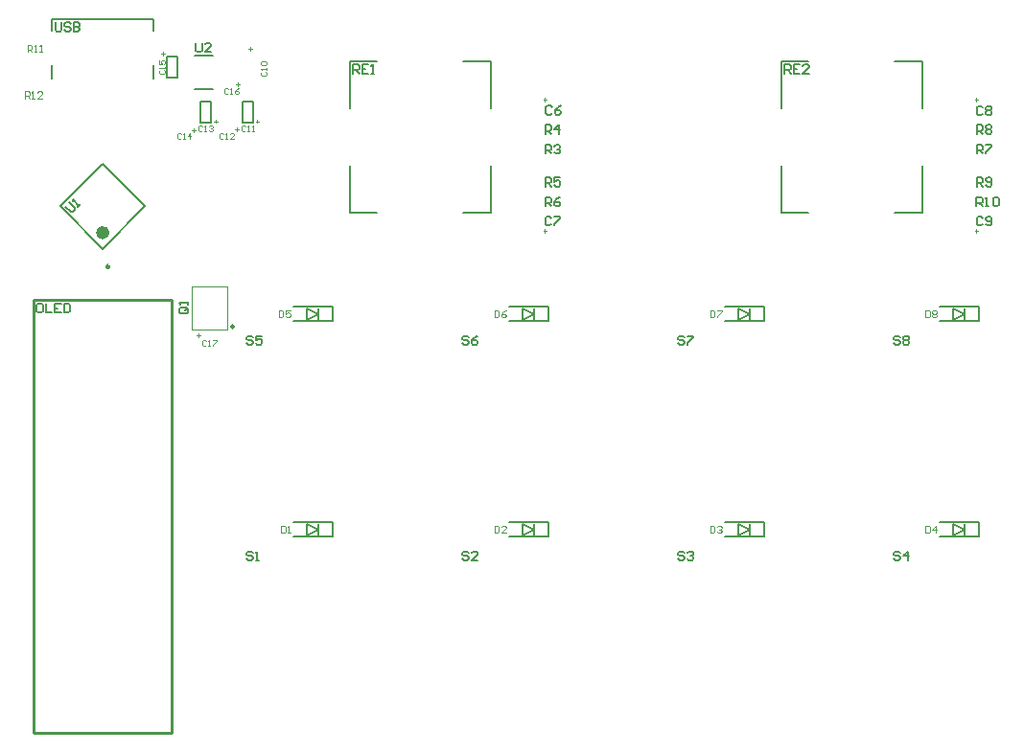
<source format=gto>
G04*
G04 #@! TF.GenerationSoftware,Altium Limited,CircuitMaker,2.3.0 (2.3.0.3)*
G04*
G04 Layer_Color=15132400*
%FSLAX25Y25*%
%MOIN*%
G70*
G04*
G04 #@! TF.SameCoordinates,7A92FE71-458D-4544-954B-740947ED0FFD*
G04*
G04*
G04 #@! TF.FilePolarity,Positive*
G04*
G01*
G75*
%ADD10C,0.01000*%
%ADD11C,0.02362*%
%ADD12C,0.00984*%
%ADD13C,0.00394*%
%ADD14C,0.00591*%
%ADD15C,0.00787*%
%ADD16C,0.00630*%
%ADD17C,0.00472*%
D10*
X181011Y248905D02*
G03*
X181011Y248905I-440J0D01*
G01*
X111394Y258083D02*
X159394D01*
X111394Y107583D02*
Y258083D01*
Y107583D02*
X159394D01*
Y258083D01*
D11*
X136614Y281561D02*
G03*
X136614Y281561I-1181J0D01*
G01*
D12*
X137735Y269730D02*
G03*
X137735Y269730I-492J0D01*
G01*
D13*
X166299Y247921D02*
Y262980D01*
X178701D01*
X178701Y247921D01*
X166299Y247921D02*
X178701D01*
X181890Y333333D02*
X183202D01*
X182546Y333989D02*
Y332677D01*
X438583Y282152D02*
X439895D01*
X439239Y282808D02*
Y281496D01*
X438583Y327821D02*
X439895D01*
X439239Y328477D02*
Y327165D01*
X288583Y282152D02*
X289895D01*
X289239Y282808D02*
Y281496D01*
X288583Y327821D02*
X289895D01*
X289239Y328477D02*
Y327165D01*
X155905Y343963D02*
X157217D01*
X156562Y344619D02*
Y343307D01*
X186221Y345538D02*
X187532D01*
X186876Y346194D02*
Y344882D01*
X166535Y317191D02*
X167847D01*
X167191Y317847D02*
Y316535D01*
X174016Y320341D02*
X175328D01*
X174672Y320997D02*
Y319685D01*
X188583Y320341D02*
X189895D01*
X189239Y320997D02*
Y319685D01*
X181496Y317585D02*
X182808D01*
X182152Y318241D02*
Y316929D01*
X168110Y245932D02*
X169422D01*
X168766Y246587D02*
Y245276D01*
X171490Y243963D02*
X171162Y244291D01*
X170506D01*
X170178Y243963D01*
Y242651D01*
X170506Y242323D01*
X171162D01*
X171490Y242651D01*
X172146Y242323D02*
X172802D01*
X172474D01*
Y244291D01*
X172146Y243963D01*
X173786Y244291D02*
X175098D01*
Y243963D01*
X173786Y242651D01*
Y242323D01*
X179167Y331561D02*
X178839Y331889D01*
X178183D01*
X177855Y331561D01*
Y330250D01*
X178183Y329922D01*
X178839D01*
X179167Y330250D01*
X179823Y329922D02*
X180479D01*
X180151D01*
Y331889D01*
X179823Y331561D01*
X182775Y331889D02*
X182119Y331561D01*
X181463Y330906D01*
Y330250D01*
X181791Y329922D01*
X182447D01*
X182775Y330250D01*
Y330577D01*
X182447Y330906D01*
X181463D01*
X155446Y338025D02*
X155118Y337697D01*
Y337041D01*
X155446Y336713D01*
X156758D01*
X157086Y337041D01*
Y337697D01*
X156758Y338025D01*
X157086Y338681D02*
Y339337D01*
Y339009D01*
X155118D01*
X155446Y338681D01*
X155118Y341633D02*
Y340321D01*
X156102D01*
X155774Y340977D01*
Y341305D01*
X156102Y341633D01*
X156758D01*
X157086Y341305D01*
Y340649D01*
X156758Y340321D01*
X162632Y315813D02*
X162304Y316141D01*
X161648D01*
X161320Y315813D01*
Y314502D01*
X161648Y314174D01*
X162304D01*
X162632Y314502D01*
X163288Y314174D02*
X163944D01*
X163616D01*
Y316141D01*
X163288Y315813D01*
X165911Y314174D02*
Y316141D01*
X164927Y315158D01*
X166239D01*
X170112Y318569D02*
X169784Y318897D01*
X169128D01*
X168800Y318569D01*
Y317257D01*
X169128Y316930D01*
X169784D01*
X170112Y317257D01*
X170768Y316930D02*
X171424D01*
X171096D01*
Y318897D01*
X170768Y318569D01*
X172408D02*
X172736Y318897D01*
X173392D01*
X173720Y318569D01*
Y318241D01*
X173392Y317913D01*
X173064D01*
X173392D01*
X173720Y317585D01*
Y317257D01*
X173392Y316930D01*
X172736D01*
X172408Y317257D01*
X177395Y315813D02*
X177067Y316141D01*
X176411D01*
X176084Y315813D01*
Y314502D01*
X176411Y314174D01*
X177067D01*
X177395Y314502D01*
X178051Y314174D02*
X178707D01*
X178379D01*
Y316141D01*
X178051Y315813D01*
X181003Y314174D02*
X179691D01*
X181003Y315486D01*
Y315813D01*
X180675Y316141D01*
X180019D01*
X179691Y315813D01*
X185007Y318569D02*
X184679Y318897D01*
X184023D01*
X183695Y318569D01*
Y317257D01*
X184023Y316930D01*
X184679D01*
X185007Y317257D01*
X185663Y316930D02*
X186319D01*
X185991D01*
Y318897D01*
X185663Y318569D01*
X187303Y316930D02*
X187959D01*
X187631D01*
Y318897D01*
X187303Y318569D01*
X190879Y337435D02*
X190551Y337107D01*
Y336451D01*
X190879Y336123D01*
X192191D01*
X192519Y336451D01*
Y337107D01*
X192191Y337435D01*
X192519Y338091D02*
Y338747D01*
Y338419D01*
X190551D01*
X190879Y338091D01*
Y339731D02*
X190551Y340059D01*
Y340715D01*
X190879Y341042D01*
X192191D01*
X192519Y340715D01*
Y340059D01*
X192191Y339731D01*
X190879D01*
D14*
X276768Y256004D02*
X290268D01*
X276768Y250689D02*
X290268D01*
Y256004D01*
X281268Y251346D02*
Y255346D01*
X285268Y251346D02*
Y255346D01*
X281268Y251346D02*
X285268Y253346D01*
X281268Y255346D02*
X285268Y253346D01*
X351768Y256004D02*
X365268D01*
X351768Y250689D02*
X365268D01*
Y256004D01*
X356268Y251346D02*
Y255346D01*
X360268Y251346D02*
Y255346D01*
X356268Y251346D02*
X360268Y253346D01*
X356268Y255346D02*
X360268Y253346D01*
X426571Y256004D02*
X440071D01*
X426571Y250689D02*
X440071D01*
Y256004D01*
X431071Y251346D02*
Y255346D01*
X435071Y251346D02*
Y255346D01*
X431071Y251346D02*
X435071Y253346D01*
X431071Y255346D02*
X435071Y253346D01*
X201768Y181004D02*
X215268D01*
X201768Y175689D02*
X215268D01*
Y181004D01*
X206268Y176347D02*
Y180347D01*
X210268Y176347D02*
Y180347D01*
X206268Y176347D02*
X210268Y178347D01*
X206268Y180347D02*
X210268Y178347D01*
X276768Y181004D02*
X290268D01*
X276768Y175689D02*
X290268D01*
Y181004D01*
X281268Y176347D02*
Y180347D01*
X285268Y176347D02*
Y180347D01*
X281268Y176347D02*
X285268Y178347D01*
X281268Y180347D02*
X285268Y178347D01*
X351768Y181004D02*
X365268D01*
X351768Y175689D02*
X365268D01*
Y181004D01*
X356268Y176347D02*
Y180347D01*
X360268Y176347D02*
Y180347D01*
X356268Y176347D02*
X360268Y178347D01*
X356268Y180347D02*
X360268Y178347D01*
X426571Y181004D02*
X440071D01*
X426571Y175689D02*
X440071D01*
Y181004D01*
X431071Y176347D02*
Y180347D01*
X435071Y176347D02*
Y180347D01*
X431071Y176347D02*
X435071Y178347D01*
X431071Y180347D02*
X435071Y178347D01*
X167323Y343307D02*
X173622D01*
X167323Y331496D02*
X173622D01*
X157746Y342873D02*
X161546D01*
Y335473D02*
Y342873D01*
X157746Y335473D02*
Y342873D01*
Y335473D02*
X161546D01*
X169360Y327125D02*
X173160D01*
Y319725D02*
Y327125D01*
X169360Y319725D02*
Y327125D01*
Y319725D02*
X173160D01*
X183927Y327125D02*
X187727D01*
Y319725D02*
Y327125D01*
X183927Y319725D02*
Y327125D01*
Y319725D02*
X187727D01*
X206268Y255346D02*
X210268Y253346D01*
X206268Y251346D02*
X210268Y253346D01*
Y251346D02*
Y255346D01*
X206268Y251346D02*
Y255346D01*
X215268Y250689D02*
Y256004D01*
X201768Y250689D02*
X215268D01*
X201768Y256004D02*
X215268D01*
D15*
X371260Y324961D02*
Y341339D01*
X380866D01*
X371260Y288583D02*
Y304961D01*
Y288583D02*
X380866D01*
X420472Y324961D02*
Y341339D01*
X410866D02*
X420472D01*
Y288583D02*
Y304961D01*
X410866Y288583D02*
X420472D01*
X221260Y324961D02*
Y341339D01*
X230866D01*
X221260Y288583D02*
Y304961D01*
Y288583D02*
X230866D01*
X270472Y324961D02*
Y341339D01*
X260866D02*
X270472D01*
Y288583D02*
Y304961D01*
X260866Y288583D02*
X270472D01*
X135433Y305503D02*
X150188Y290748D01*
X120678D02*
X135433Y275993D01*
X120678Y290748D02*
X135433Y305503D01*
Y275993D02*
X150188Y290748D01*
X153032Y335236D02*
Y339961D01*
X117835Y335236D02*
Y339961D01*
X153032Y351772D02*
Y356004D01*
X117835Y351772D02*
Y356004D01*
X153032D01*
D16*
X119030Y354724D02*
Y352100D01*
X119555Y351575D01*
X120605D01*
X121129Y352100D01*
Y354724D01*
X124278Y354199D02*
X123753Y354724D01*
X122704D01*
X122179Y354199D01*
Y353674D01*
X122704Y353150D01*
X123753D01*
X124278Y352625D01*
Y352100D01*
X123753Y351575D01*
X122704D01*
X122179Y352100D01*
X125327Y354724D02*
Y351575D01*
X126902D01*
X127427Y352100D01*
Y352625D01*
X126902Y353150D01*
X125327D01*
X126902D01*
X127427Y353674D01*
Y354199D01*
X126902Y354724D01*
X125327D01*
X167849Y347637D02*
Y345013D01*
X168373Y344489D01*
X169423D01*
X169948Y345013D01*
Y347637D01*
X173096Y344489D02*
X170997D01*
X173096Y346588D01*
Y347112D01*
X172572Y347637D01*
X171522D01*
X170997Y347112D01*
X122403Y290629D02*
X124258Y288774D01*
X125000D01*
X125742Y289516D01*
X125742Y290258D01*
X123887Y292113D01*
X126855Y290629D02*
X127597Y291371D01*
X127226Y291000D01*
X125000Y293226D01*
X125000Y292484D01*
X412664Y245144D02*
X412140Y245669D01*
X411090D01*
X410565Y245144D01*
Y244619D01*
X411090Y244094D01*
X412140D01*
X412664Y243570D01*
Y243045D01*
X412140Y242520D01*
X411090D01*
X410565Y243045D01*
X413714Y245144D02*
X414239Y245669D01*
X415288D01*
X415813Y245144D01*
Y244619D01*
X415288Y244094D01*
X415813Y243570D01*
Y243045D01*
X415288Y242520D01*
X414239D01*
X413714Y243045D01*
Y243570D01*
X414239Y244094D01*
X413714Y244619D01*
Y245144D01*
X414239Y244094D02*
X415288D01*
X337664Y245144D02*
X337140Y245669D01*
X336090D01*
X335565Y245144D01*
Y244619D01*
X336090Y244094D01*
X337140D01*
X337664Y243570D01*
Y243045D01*
X337140Y242520D01*
X336090D01*
X335565Y243045D01*
X338714Y245669D02*
X340813D01*
Y245144D01*
X338714Y243045D01*
Y242520D01*
X262664Y245144D02*
X262140Y245669D01*
X261090D01*
X260565Y245144D01*
Y244619D01*
X261090Y244094D01*
X262140D01*
X262664Y243570D01*
Y243045D01*
X262140Y242520D01*
X261090D01*
X260565Y243045D01*
X265813Y245669D02*
X264763Y245144D01*
X263714Y244094D01*
Y243045D01*
X264239Y242520D01*
X265288D01*
X265813Y243045D01*
Y243570D01*
X265288Y244094D01*
X263714D01*
X187664Y245144D02*
X187139Y245669D01*
X186090D01*
X185565Y245144D01*
Y244619D01*
X186090Y244094D01*
X187139D01*
X187664Y243570D01*
Y243045D01*
X187139Y242520D01*
X186090D01*
X185565Y243045D01*
X190813Y245669D02*
X188714D01*
Y244094D01*
X189763Y244619D01*
X190288D01*
X190813Y244094D01*
Y243045D01*
X190288Y242520D01*
X189239D01*
X188714Y243045D01*
X412664Y170144D02*
X412140Y170669D01*
X411090D01*
X410565Y170144D01*
Y169619D01*
X411090Y169095D01*
X412140D01*
X412664Y168570D01*
Y168045D01*
X412140Y167520D01*
X411090D01*
X410565Y168045D01*
X415288Y167520D02*
Y170669D01*
X413714Y169095D01*
X415813D01*
X337664Y170144D02*
X337140Y170669D01*
X336090D01*
X335565Y170144D01*
Y169619D01*
X336090Y169095D01*
X337140D01*
X337664Y168570D01*
Y168045D01*
X337140Y167520D01*
X336090D01*
X335565Y168045D01*
X338714Y170144D02*
X339239Y170669D01*
X340288D01*
X340813Y170144D01*
Y169619D01*
X340288Y169095D01*
X339763D01*
X340288D01*
X340813Y168570D01*
Y168045D01*
X340288Y167520D01*
X339239D01*
X338714Y168045D01*
X262664Y170144D02*
X262140Y170669D01*
X261090D01*
X260565Y170144D01*
Y169619D01*
X261090Y169095D01*
X262140D01*
X262664Y168570D01*
Y168045D01*
X262140Y167520D01*
X261090D01*
X260565Y168045D01*
X265813Y167520D02*
X263714D01*
X265813Y169619D01*
Y170144D01*
X265288Y170669D01*
X264239D01*
X263714Y170144D01*
X187598D02*
X187074Y170669D01*
X186024D01*
X185499Y170144D01*
Y169619D01*
X186024Y169095D01*
X187074D01*
X187598Y168570D01*
Y168045D01*
X187074Y167520D01*
X186024D01*
X185499Y168045D01*
X188648Y167520D02*
X189698D01*
X189173D01*
Y170669D01*
X188648Y170144D01*
X372573Y337008D02*
Y340157D01*
X374148D01*
X374673Y339632D01*
Y338583D01*
X374148Y338058D01*
X372573D01*
X373623D02*
X374673Y337008D01*
X377821Y340157D02*
X375722D01*
Y337008D01*
X377821D01*
X375722Y338583D02*
X376772D01*
X380970Y337008D02*
X378871D01*
X380970Y339107D01*
Y339632D01*
X380445Y340157D01*
X379396D01*
X378871Y339632D01*
X222508Y337008D02*
Y340157D01*
X224082D01*
X224607Y339632D01*
Y338583D01*
X224082Y338058D01*
X222508D01*
X223557D02*
X224607Y337008D01*
X227755Y340157D02*
X225656D01*
Y337008D01*
X227755D01*
X225656Y338583D02*
X226706D01*
X228805Y337008D02*
X229854D01*
X229330D01*
Y340157D01*
X228805Y339632D01*
X439175Y290749D02*
Y293897D01*
X440749D01*
X441274Y293372D01*
Y292323D01*
X440749Y291798D01*
X439175D01*
X440224D02*
X441274Y290749D01*
X442323D02*
X443373D01*
X442848D01*
Y293897D01*
X442323Y293372D01*
X444947D02*
X445472Y293897D01*
X446521D01*
X447046Y293372D01*
Y291273D01*
X446521Y290749D01*
X445472D01*
X444947Y291273D01*
Y293372D01*
X439305Y297638D02*
Y300787D01*
X440880D01*
X441404Y300262D01*
Y299213D01*
X440880Y298688D01*
X439305D01*
X440355D02*
X441404Y297638D01*
X442454Y298163D02*
X442979Y297638D01*
X444028D01*
X444553Y298163D01*
Y300262D01*
X444028Y300787D01*
X442979D01*
X442454Y300262D01*
Y299737D01*
X442979Y299213D01*
X444553D01*
X439305Y315945D02*
Y319094D01*
X440880D01*
X441404Y318569D01*
Y317520D01*
X440880Y316995D01*
X439305D01*
X440355D02*
X441404Y315945D01*
X442454Y318569D02*
X442979Y319094D01*
X444028D01*
X444553Y318569D01*
Y318044D01*
X444028Y317520D01*
X444553Y316995D01*
Y316470D01*
X444028Y315945D01*
X442979D01*
X442454Y316470D01*
Y316995D01*
X442979Y317520D01*
X442454Y318044D01*
Y318569D01*
X442979Y317520D02*
X444028D01*
X439305Y309056D02*
Y312204D01*
X440880D01*
X441404Y311680D01*
Y310630D01*
X440880Y310105D01*
X439305D01*
X440355D02*
X441404Y309056D01*
X442454Y312204D02*
X444553D01*
Y311680D01*
X442454Y309580D01*
Y309056D01*
X289305Y290749D02*
Y293897D01*
X290880D01*
X291404Y293372D01*
Y292323D01*
X290880Y291798D01*
X289305D01*
X290355D02*
X291404Y290749D01*
X294553Y293897D02*
X293503Y293372D01*
X292454Y292323D01*
Y291273D01*
X292979Y290749D01*
X294028D01*
X294553Y291273D01*
Y291798D01*
X294028Y292323D01*
X292454D01*
X289305Y297638D02*
Y300787D01*
X290880D01*
X291404Y300262D01*
Y299213D01*
X290880Y298688D01*
X289305D01*
X290355D02*
X291404Y297638D01*
X294553Y300787D02*
X292454D01*
Y299213D01*
X293503Y299737D01*
X294028D01*
X294553Y299213D01*
Y298163D01*
X294028Y297638D01*
X292979D01*
X292454Y298163D01*
X289305Y315945D02*
Y319094D01*
X290880D01*
X291404Y318569D01*
Y317520D01*
X290880Y316995D01*
X289305D01*
X290355D02*
X291404Y315945D01*
X294028D02*
Y319094D01*
X292454Y317520D01*
X294553D01*
X289305Y309056D02*
Y312204D01*
X290880D01*
X291404Y311680D01*
Y310630D01*
X290880Y310105D01*
X289305D01*
X290355D02*
X291404Y309056D01*
X292454Y311680D02*
X292979Y312204D01*
X294028D01*
X294553Y311680D01*
Y311155D01*
X294028Y310630D01*
X293503D01*
X294028D01*
X294553Y310105D01*
Y309580D01*
X294028Y309056D01*
X292979D01*
X292454Y309580D01*
X164632Y255512D02*
X162533D01*
X162008Y254987D01*
Y253938D01*
X162533Y253413D01*
X164632D01*
X165157Y253938D01*
Y254987D01*
X164107Y254462D02*
X165157Y255512D01*
Y254987D02*
X164632Y255512D01*
X165157Y256561D02*
Y257611D01*
Y257086D01*
X162008D01*
X162533Y256561D01*
X114109Y256889D02*
X113059D01*
X112535Y256364D01*
Y254265D01*
X113059Y253741D01*
X114109D01*
X114634Y254265D01*
Y256364D01*
X114109Y256889D01*
X115683D02*
Y253741D01*
X117782D01*
X120931Y256889D02*
X118832D01*
Y253741D01*
X120931D01*
X118832Y255315D02*
X119881D01*
X121980Y256889D02*
Y253741D01*
X123555D01*
X124080Y254265D01*
Y256364D01*
X123555Y256889D01*
X121980D01*
X441404Y286680D02*
X440880Y287204D01*
X439830D01*
X439305Y286680D01*
Y284580D01*
X439830Y284056D01*
X440880D01*
X441404Y284580D01*
X442454D02*
X442979Y284056D01*
X444028D01*
X444553Y284580D01*
Y286680D01*
X444028Y287204D01*
X442979D01*
X442454Y286680D01*
Y286155D01*
X442979Y285630D01*
X444553D01*
X441404Y325065D02*
X440880Y325590D01*
X439830D01*
X439305Y325065D01*
Y322966D01*
X439830Y322442D01*
X440880D01*
X441404Y322966D01*
X442454Y325065D02*
X442979Y325590D01*
X444028D01*
X444553Y325065D01*
Y324540D01*
X444028Y324016D01*
X444553Y323491D01*
Y322966D01*
X444028Y322442D01*
X442979D01*
X442454Y322966D01*
Y323491D01*
X442979Y324016D01*
X442454Y324540D01*
Y325065D01*
X442979Y324016D02*
X444028D01*
X291404Y286680D02*
X290880Y287204D01*
X289830D01*
X289305Y286680D01*
Y284580D01*
X289830Y284056D01*
X290880D01*
X291404Y284580D01*
X292454Y287204D02*
X294553D01*
Y286680D01*
X292454Y284580D01*
Y284056D01*
X291601Y325262D02*
X291076Y325787D01*
X290027D01*
X289502Y325262D01*
Y323163D01*
X290027Y322638D01*
X291076D01*
X291601Y323163D01*
X294750Y325787D02*
X293700Y325262D01*
X292651Y324213D01*
Y323163D01*
X293176Y322638D01*
X294225D01*
X294750Y323163D01*
Y323688D01*
X294225Y324213D01*
X292651D01*
D17*
X108466Y328347D02*
Y330708D01*
X109646D01*
X110040Y330315D01*
Y329528D01*
X109646Y329134D01*
X108466D01*
X109253D02*
X110040Y328347D01*
X110827D02*
X111614D01*
X111221D01*
Y330708D01*
X110827Y330315D01*
X114369Y328347D02*
X112795D01*
X114369Y329921D01*
Y330315D01*
X113976Y330708D01*
X113188D01*
X112795Y330315D01*
X109253Y344489D02*
Y346850D01*
X110433D01*
X110827Y346456D01*
Y345669D01*
X110433Y345276D01*
X109253D01*
X110040D02*
X110827Y344489D01*
X111614D02*
X112401D01*
X112008D01*
Y346850D01*
X111614Y346456D01*
X113582Y344489D02*
X114369D01*
X113976D01*
Y346850D01*
X113582Y346456D01*
X421457Y254527D02*
Y252166D01*
X422638D01*
X423032Y252559D01*
Y254134D01*
X422638Y254527D01*
X421457D01*
X423819Y254134D02*
X424212Y254527D01*
X425000D01*
X425393Y254134D01*
Y253740D01*
X425000Y253346D01*
X425393Y252953D01*
Y252559D01*
X425000Y252166D01*
X424212D01*
X423819Y252559D01*
Y252953D01*
X424212Y253346D01*
X423819Y253740D01*
Y254134D01*
X424212Y253346D02*
X425000D01*
X346654Y254527D02*
Y252166D01*
X347835D01*
X348229Y252559D01*
Y254134D01*
X347835Y254527D01*
X346654D01*
X349016D02*
X350590D01*
Y254134D01*
X349016Y252559D01*
Y252166D01*
X271654Y254527D02*
Y252166D01*
X272835D01*
X273229Y252559D01*
Y254134D01*
X272835Y254527D01*
X271654D01*
X275590D02*
X274803Y254134D01*
X274016Y253346D01*
Y252559D01*
X274409Y252166D01*
X275196D01*
X275590Y252559D01*
Y252953D01*
X275196Y253346D01*
X274016D01*
X196654Y254527D02*
Y252166D01*
X197835D01*
X198229Y252559D01*
Y254134D01*
X197835Y254527D01*
X196654D01*
X200590D02*
X199016D01*
Y253346D01*
X199803Y253740D01*
X200196D01*
X200590Y253346D01*
Y252559D01*
X200196Y252166D01*
X199409D01*
X199016Y252559D01*
X421457Y179527D02*
Y177166D01*
X422638D01*
X423032Y177559D01*
Y179134D01*
X422638Y179527D01*
X421457D01*
X425000Y177166D02*
Y179527D01*
X423819Y178347D01*
X425393D01*
X346654Y179527D02*
Y177166D01*
X347835D01*
X348229Y177559D01*
Y179134D01*
X347835Y179527D01*
X346654D01*
X349016Y179134D02*
X349409Y179527D01*
X350196D01*
X350590Y179134D01*
Y178740D01*
X350196Y178347D01*
X349803D01*
X350196D01*
X350590Y177953D01*
Y177559D01*
X350196Y177166D01*
X349409D01*
X349016Y177559D01*
X271654Y179527D02*
Y177166D01*
X272835D01*
X273229Y177559D01*
Y179134D01*
X272835Y179527D01*
X271654D01*
X275590Y177166D02*
X274016D01*
X275590Y178740D01*
Y179134D01*
X275196Y179527D01*
X274409D01*
X274016Y179134D01*
X197441Y179527D02*
Y177166D01*
X198622D01*
X199016Y177559D01*
Y179134D01*
X198622Y179527D01*
X197441D01*
X199803Y177166D02*
X200590D01*
X200197D01*
Y179527D01*
X199803Y179134D01*
M02*

</source>
